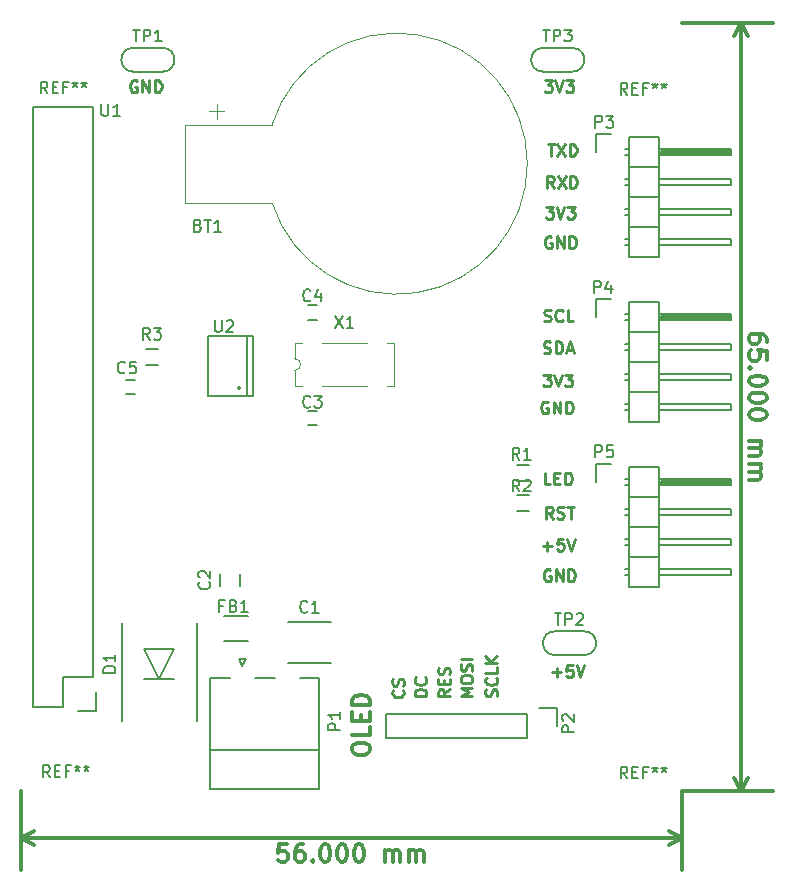
<source format=gbr>
G04 #@! TF.FileFunction,Legend,Top*
%FSLAX46Y46*%
G04 Gerber Fmt 4.6, Leading zero omitted, Abs format (unit mm)*
G04 Created by KiCad (PCBNEW 4.0.7-e2-6376~58~ubuntu17.04.1) date Sat Sep 30 09:18:45 2017*
%MOMM*%
%LPD*%
G01*
G04 APERTURE LIST*
%ADD10C,0.100000*%
%ADD11C,0.250000*%
%ADD12C,0.300000*%
%ADD13C,0.150000*%
%ADD14C,0.120000*%
G04 APERTURE END LIST*
D10*
D11*
X74838096Y-59900000D02*
X74742858Y-59852381D01*
X74600001Y-59852381D01*
X74457143Y-59900000D01*
X74361905Y-59995238D01*
X74314286Y-60090476D01*
X74266667Y-60280952D01*
X74266667Y-60423810D01*
X74314286Y-60614286D01*
X74361905Y-60709524D01*
X74457143Y-60804762D01*
X74600001Y-60852381D01*
X74695239Y-60852381D01*
X74838096Y-60804762D01*
X74885715Y-60757143D01*
X74885715Y-60423810D01*
X74695239Y-60423810D01*
X75314286Y-60852381D02*
X75314286Y-59852381D01*
X75885715Y-60852381D01*
X75885715Y-59852381D01*
X76361905Y-60852381D02*
X76361905Y-59852381D01*
X76600000Y-59852381D01*
X76742858Y-59900000D01*
X76838096Y-59995238D01*
X76885715Y-60090476D01*
X76933334Y-60280952D01*
X76933334Y-60423810D01*
X76885715Y-60614286D01*
X76838096Y-60709524D01*
X76742858Y-60804762D01*
X76600000Y-60852381D01*
X76361905Y-60852381D01*
X110014286Y-109971429D02*
X110776191Y-109971429D01*
X110395239Y-110352381D02*
X110395239Y-109590476D01*
X111728572Y-109352381D02*
X111252381Y-109352381D01*
X111204762Y-109828571D01*
X111252381Y-109780952D01*
X111347619Y-109733333D01*
X111585715Y-109733333D01*
X111680953Y-109780952D01*
X111728572Y-109828571D01*
X111776191Y-109923810D01*
X111776191Y-110161905D01*
X111728572Y-110257143D01*
X111680953Y-110304762D01*
X111585715Y-110352381D01*
X111347619Y-110352381D01*
X111252381Y-110304762D01*
X111204762Y-110257143D01*
X112061905Y-109352381D02*
X112395238Y-110352381D01*
X112728572Y-109352381D01*
X109361905Y-59852381D02*
X109980953Y-59852381D01*
X109647619Y-60233333D01*
X109790477Y-60233333D01*
X109885715Y-60280952D01*
X109933334Y-60328571D01*
X109980953Y-60423810D01*
X109980953Y-60661905D01*
X109933334Y-60757143D01*
X109885715Y-60804762D01*
X109790477Y-60852381D01*
X109504762Y-60852381D01*
X109409524Y-60804762D01*
X109361905Y-60757143D01*
X110266667Y-59852381D02*
X110600000Y-60852381D01*
X110933334Y-59852381D01*
X111171429Y-59852381D02*
X111790477Y-59852381D01*
X111457143Y-60233333D01*
X111600001Y-60233333D01*
X111695239Y-60280952D01*
X111742858Y-60328571D01*
X111790477Y-60423810D01*
X111790477Y-60661905D01*
X111742858Y-60757143D01*
X111695239Y-60804762D01*
X111600001Y-60852381D01*
X111314286Y-60852381D01*
X111219048Y-60804762D01*
X111171429Y-60757143D01*
X109214286Y-99271429D02*
X109976191Y-99271429D01*
X109595239Y-99652381D02*
X109595239Y-98890476D01*
X110928572Y-98652381D02*
X110452381Y-98652381D01*
X110404762Y-99128571D01*
X110452381Y-99080952D01*
X110547619Y-99033333D01*
X110785715Y-99033333D01*
X110880953Y-99080952D01*
X110928572Y-99128571D01*
X110976191Y-99223810D01*
X110976191Y-99461905D01*
X110928572Y-99557143D01*
X110880953Y-99604762D01*
X110785715Y-99652381D01*
X110547619Y-99652381D01*
X110452381Y-99604762D01*
X110404762Y-99557143D01*
X111261905Y-98652381D02*
X111595238Y-99652381D01*
X111928572Y-98652381D01*
X110052381Y-96952381D02*
X109719047Y-96476190D01*
X109480952Y-96952381D02*
X109480952Y-95952381D01*
X109861905Y-95952381D01*
X109957143Y-96000000D01*
X110004762Y-96047619D01*
X110052381Y-96142857D01*
X110052381Y-96285714D01*
X110004762Y-96380952D01*
X109957143Y-96428571D01*
X109861905Y-96476190D01*
X109480952Y-96476190D01*
X110433333Y-96904762D02*
X110576190Y-96952381D01*
X110814286Y-96952381D01*
X110909524Y-96904762D01*
X110957143Y-96857143D01*
X111004762Y-96761905D01*
X111004762Y-96666667D01*
X110957143Y-96571429D01*
X110909524Y-96523810D01*
X110814286Y-96476190D01*
X110623809Y-96428571D01*
X110528571Y-96380952D01*
X110480952Y-96333333D01*
X110433333Y-96238095D01*
X110433333Y-96142857D01*
X110480952Y-96047619D01*
X110528571Y-96000000D01*
X110623809Y-95952381D01*
X110861905Y-95952381D01*
X111004762Y-96000000D01*
X111290476Y-95952381D02*
X111861905Y-95952381D01*
X111576190Y-96952381D02*
X111576190Y-95952381D01*
X109857143Y-94052381D02*
X109380952Y-94052381D01*
X109380952Y-93052381D01*
X110190476Y-93528571D02*
X110523810Y-93528571D01*
X110666667Y-94052381D02*
X110190476Y-94052381D01*
X110190476Y-93052381D01*
X110666667Y-93052381D01*
X111095238Y-94052381D02*
X111095238Y-93052381D01*
X111333333Y-93052381D01*
X111476191Y-93100000D01*
X111571429Y-93195238D01*
X111619048Y-93290476D01*
X111666667Y-93480952D01*
X111666667Y-93623810D01*
X111619048Y-93814286D01*
X111571429Y-93909524D01*
X111476191Y-94004762D01*
X111333333Y-94052381D01*
X111095238Y-94052381D01*
X109838096Y-101300000D02*
X109742858Y-101252381D01*
X109600001Y-101252381D01*
X109457143Y-101300000D01*
X109361905Y-101395238D01*
X109314286Y-101490476D01*
X109266667Y-101680952D01*
X109266667Y-101823810D01*
X109314286Y-102014286D01*
X109361905Y-102109524D01*
X109457143Y-102204762D01*
X109600001Y-102252381D01*
X109695239Y-102252381D01*
X109838096Y-102204762D01*
X109885715Y-102157143D01*
X109885715Y-101823810D01*
X109695239Y-101823810D01*
X110314286Y-102252381D02*
X110314286Y-101252381D01*
X110885715Y-102252381D01*
X110885715Y-101252381D01*
X111361905Y-102252381D02*
X111361905Y-101252381D01*
X111600000Y-101252381D01*
X111742858Y-101300000D01*
X111838096Y-101395238D01*
X111885715Y-101490476D01*
X111933334Y-101680952D01*
X111933334Y-101823810D01*
X111885715Y-102014286D01*
X111838096Y-102109524D01*
X111742858Y-102204762D01*
X111600000Y-102252381D01*
X111361905Y-102252381D01*
X109638096Y-87100000D02*
X109542858Y-87052381D01*
X109400001Y-87052381D01*
X109257143Y-87100000D01*
X109161905Y-87195238D01*
X109114286Y-87290476D01*
X109066667Y-87480952D01*
X109066667Y-87623810D01*
X109114286Y-87814286D01*
X109161905Y-87909524D01*
X109257143Y-88004762D01*
X109400001Y-88052381D01*
X109495239Y-88052381D01*
X109638096Y-88004762D01*
X109685715Y-87957143D01*
X109685715Y-87623810D01*
X109495239Y-87623810D01*
X110114286Y-88052381D02*
X110114286Y-87052381D01*
X110685715Y-88052381D01*
X110685715Y-87052381D01*
X111161905Y-88052381D02*
X111161905Y-87052381D01*
X111400000Y-87052381D01*
X111542858Y-87100000D01*
X111638096Y-87195238D01*
X111685715Y-87290476D01*
X111733334Y-87480952D01*
X111733334Y-87623810D01*
X111685715Y-87814286D01*
X111638096Y-87909524D01*
X111542858Y-88004762D01*
X111400000Y-88052381D01*
X111161905Y-88052381D01*
X109261905Y-84752381D02*
X109880953Y-84752381D01*
X109547619Y-85133333D01*
X109690477Y-85133333D01*
X109785715Y-85180952D01*
X109833334Y-85228571D01*
X109880953Y-85323810D01*
X109880953Y-85561905D01*
X109833334Y-85657143D01*
X109785715Y-85704762D01*
X109690477Y-85752381D01*
X109404762Y-85752381D01*
X109309524Y-85704762D01*
X109261905Y-85657143D01*
X110166667Y-84752381D02*
X110500000Y-85752381D01*
X110833334Y-84752381D01*
X111071429Y-84752381D02*
X111690477Y-84752381D01*
X111357143Y-85133333D01*
X111500001Y-85133333D01*
X111595239Y-85180952D01*
X111642858Y-85228571D01*
X111690477Y-85323810D01*
X111690477Y-85561905D01*
X111642858Y-85657143D01*
X111595239Y-85704762D01*
X111500001Y-85752381D01*
X111214286Y-85752381D01*
X111119048Y-85704762D01*
X111071429Y-85657143D01*
X109285714Y-82904762D02*
X109428571Y-82952381D01*
X109666667Y-82952381D01*
X109761905Y-82904762D01*
X109809524Y-82857143D01*
X109857143Y-82761905D01*
X109857143Y-82666667D01*
X109809524Y-82571429D01*
X109761905Y-82523810D01*
X109666667Y-82476190D01*
X109476190Y-82428571D01*
X109380952Y-82380952D01*
X109333333Y-82333333D01*
X109285714Y-82238095D01*
X109285714Y-82142857D01*
X109333333Y-82047619D01*
X109380952Y-82000000D01*
X109476190Y-81952381D01*
X109714286Y-81952381D01*
X109857143Y-82000000D01*
X110285714Y-82952381D02*
X110285714Y-81952381D01*
X110523809Y-81952381D01*
X110666667Y-82000000D01*
X110761905Y-82095238D01*
X110809524Y-82190476D01*
X110857143Y-82380952D01*
X110857143Y-82523810D01*
X110809524Y-82714286D01*
X110761905Y-82809524D01*
X110666667Y-82904762D01*
X110523809Y-82952381D01*
X110285714Y-82952381D01*
X111238095Y-82666667D02*
X111714286Y-82666667D01*
X111142857Y-82952381D02*
X111476190Y-81952381D01*
X111809524Y-82952381D01*
X109309524Y-80204762D02*
X109452381Y-80252381D01*
X109690477Y-80252381D01*
X109785715Y-80204762D01*
X109833334Y-80157143D01*
X109880953Y-80061905D01*
X109880953Y-79966667D01*
X109833334Y-79871429D01*
X109785715Y-79823810D01*
X109690477Y-79776190D01*
X109500000Y-79728571D01*
X109404762Y-79680952D01*
X109357143Y-79633333D01*
X109309524Y-79538095D01*
X109309524Y-79442857D01*
X109357143Y-79347619D01*
X109404762Y-79300000D01*
X109500000Y-79252381D01*
X109738096Y-79252381D01*
X109880953Y-79300000D01*
X110880953Y-80157143D02*
X110833334Y-80204762D01*
X110690477Y-80252381D01*
X110595239Y-80252381D01*
X110452381Y-80204762D01*
X110357143Y-80109524D01*
X110309524Y-80014286D01*
X110261905Y-79823810D01*
X110261905Y-79680952D01*
X110309524Y-79490476D01*
X110357143Y-79395238D01*
X110452381Y-79300000D01*
X110595239Y-79252381D01*
X110690477Y-79252381D01*
X110833334Y-79300000D01*
X110880953Y-79347619D01*
X111785715Y-80252381D02*
X111309524Y-80252381D01*
X111309524Y-79252381D01*
X109938096Y-73100000D02*
X109842858Y-73052381D01*
X109700001Y-73052381D01*
X109557143Y-73100000D01*
X109461905Y-73195238D01*
X109414286Y-73290476D01*
X109366667Y-73480952D01*
X109366667Y-73623810D01*
X109414286Y-73814286D01*
X109461905Y-73909524D01*
X109557143Y-74004762D01*
X109700001Y-74052381D01*
X109795239Y-74052381D01*
X109938096Y-74004762D01*
X109985715Y-73957143D01*
X109985715Y-73623810D01*
X109795239Y-73623810D01*
X110414286Y-74052381D02*
X110414286Y-73052381D01*
X110985715Y-74052381D01*
X110985715Y-73052381D01*
X111461905Y-74052381D02*
X111461905Y-73052381D01*
X111700000Y-73052381D01*
X111842858Y-73100000D01*
X111938096Y-73195238D01*
X111985715Y-73290476D01*
X112033334Y-73480952D01*
X112033334Y-73623810D01*
X111985715Y-73814286D01*
X111938096Y-73909524D01*
X111842858Y-74004762D01*
X111700000Y-74052381D01*
X111461905Y-74052381D01*
X109461905Y-70552381D02*
X110080953Y-70552381D01*
X109747619Y-70933333D01*
X109890477Y-70933333D01*
X109985715Y-70980952D01*
X110033334Y-71028571D01*
X110080953Y-71123810D01*
X110080953Y-71361905D01*
X110033334Y-71457143D01*
X109985715Y-71504762D01*
X109890477Y-71552381D01*
X109604762Y-71552381D01*
X109509524Y-71504762D01*
X109461905Y-71457143D01*
X110366667Y-70552381D02*
X110700000Y-71552381D01*
X111033334Y-70552381D01*
X111271429Y-70552381D02*
X111890477Y-70552381D01*
X111557143Y-70933333D01*
X111700001Y-70933333D01*
X111795239Y-70980952D01*
X111842858Y-71028571D01*
X111890477Y-71123810D01*
X111890477Y-71361905D01*
X111842858Y-71457143D01*
X111795239Y-71504762D01*
X111700001Y-71552381D01*
X111414286Y-71552381D01*
X111319048Y-71504762D01*
X111271429Y-71457143D01*
X110133334Y-68952381D02*
X109800000Y-68476190D01*
X109561905Y-68952381D02*
X109561905Y-67952381D01*
X109942858Y-67952381D01*
X110038096Y-68000000D01*
X110085715Y-68047619D01*
X110133334Y-68142857D01*
X110133334Y-68285714D01*
X110085715Y-68380952D01*
X110038096Y-68428571D01*
X109942858Y-68476190D01*
X109561905Y-68476190D01*
X110466667Y-67952381D02*
X111133334Y-68952381D01*
X111133334Y-67952381D02*
X110466667Y-68952381D01*
X111514286Y-68952381D02*
X111514286Y-67952381D01*
X111752381Y-67952381D01*
X111895239Y-68000000D01*
X111990477Y-68095238D01*
X112038096Y-68190476D01*
X112085715Y-68380952D01*
X112085715Y-68523810D01*
X112038096Y-68714286D01*
X111990477Y-68809524D01*
X111895239Y-68904762D01*
X111752381Y-68952381D01*
X111514286Y-68952381D01*
X109638095Y-65252381D02*
X110209524Y-65252381D01*
X109923809Y-66252381D02*
X109923809Y-65252381D01*
X110447619Y-65252381D02*
X111114286Y-66252381D01*
X111114286Y-65252381D02*
X110447619Y-66252381D01*
X111495238Y-66252381D02*
X111495238Y-65252381D01*
X111733333Y-65252381D01*
X111876191Y-65300000D01*
X111971429Y-65395238D01*
X112019048Y-65490476D01*
X112066667Y-65680952D01*
X112066667Y-65823810D01*
X112019048Y-66014286D01*
X111971429Y-66109524D01*
X111876191Y-66204762D01*
X111733333Y-66252381D01*
X111495238Y-66252381D01*
X105304762Y-111990476D02*
X105352381Y-111847619D01*
X105352381Y-111609523D01*
X105304762Y-111514285D01*
X105257143Y-111466666D01*
X105161905Y-111419047D01*
X105066667Y-111419047D01*
X104971429Y-111466666D01*
X104923810Y-111514285D01*
X104876190Y-111609523D01*
X104828571Y-111800000D01*
X104780952Y-111895238D01*
X104733333Y-111942857D01*
X104638095Y-111990476D01*
X104542857Y-111990476D01*
X104447619Y-111942857D01*
X104400000Y-111895238D01*
X104352381Y-111800000D01*
X104352381Y-111561904D01*
X104400000Y-111419047D01*
X105257143Y-110419047D02*
X105304762Y-110466666D01*
X105352381Y-110609523D01*
X105352381Y-110704761D01*
X105304762Y-110847619D01*
X105209524Y-110942857D01*
X105114286Y-110990476D01*
X104923810Y-111038095D01*
X104780952Y-111038095D01*
X104590476Y-110990476D01*
X104495238Y-110942857D01*
X104400000Y-110847619D01*
X104352381Y-110704761D01*
X104352381Y-110609523D01*
X104400000Y-110466666D01*
X104447619Y-110419047D01*
X105352381Y-109514285D02*
X105352381Y-109990476D01*
X104352381Y-109990476D01*
X105352381Y-109180952D02*
X104352381Y-109180952D01*
X105352381Y-108609523D02*
X104780952Y-109038095D01*
X104352381Y-108609523D02*
X104923810Y-109180952D01*
X101352381Y-111419047D02*
X100876190Y-111752381D01*
X101352381Y-111990476D02*
X100352381Y-111990476D01*
X100352381Y-111609523D01*
X100400000Y-111514285D01*
X100447619Y-111466666D01*
X100542857Y-111419047D01*
X100685714Y-111419047D01*
X100780952Y-111466666D01*
X100828571Y-111514285D01*
X100876190Y-111609523D01*
X100876190Y-111990476D01*
X100828571Y-110990476D02*
X100828571Y-110657142D01*
X101352381Y-110514285D02*
X101352381Y-110990476D01*
X100352381Y-110990476D01*
X100352381Y-110514285D01*
X101304762Y-110133333D02*
X101352381Y-109990476D01*
X101352381Y-109752380D01*
X101304762Y-109657142D01*
X101257143Y-109609523D01*
X101161905Y-109561904D01*
X101066667Y-109561904D01*
X100971429Y-109609523D01*
X100923810Y-109657142D01*
X100876190Y-109752380D01*
X100828571Y-109942857D01*
X100780952Y-110038095D01*
X100733333Y-110085714D01*
X100638095Y-110133333D01*
X100542857Y-110133333D01*
X100447619Y-110085714D01*
X100400000Y-110038095D01*
X100352381Y-109942857D01*
X100352381Y-109704761D01*
X100400000Y-109561904D01*
X99352381Y-111961905D02*
X98352381Y-111961905D01*
X98352381Y-111723810D01*
X98400000Y-111580952D01*
X98495238Y-111485714D01*
X98590476Y-111438095D01*
X98780952Y-111390476D01*
X98923810Y-111390476D01*
X99114286Y-111438095D01*
X99209524Y-111485714D01*
X99304762Y-111580952D01*
X99352381Y-111723810D01*
X99352381Y-111961905D01*
X99257143Y-110390476D02*
X99304762Y-110438095D01*
X99352381Y-110580952D01*
X99352381Y-110676190D01*
X99304762Y-110819048D01*
X99209524Y-110914286D01*
X99114286Y-110961905D01*
X98923810Y-111009524D01*
X98780952Y-111009524D01*
X98590476Y-110961905D01*
X98495238Y-110914286D01*
X98400000Y-110819048D01*
X98352381Y-110676190D01*
X98352381Y-110580952D01*
X98400000Y-110438095D01*
X98447619Y-110390476D01*
X103252381Y-111971428D02*
X102252381Y-111971428D01*
X102966667Y-111638094D01*
X102252381Y-111304761D01*
X103252381Y-111304761D01*
X102252381Y-110638095D02*
X102252381Y-110447618D01*
X102300000Y-110352380D01*
X102395238Y-110257142D01*
X102585714Y-110209523D01*
X102919048Y-110209523D01*
X103109524Y-110257142D01*
X103204762Y-110352380D01*
X103252381Y-110447618D01*
X103252381Y-110638095D01*
X103204762Y-110733333D01*
X103109524Y-110828571D01*
X102919048Y-110876190D01*
X102585714Y-110876190D01*
X102395238Y-110828571D01*
X102300000Y-110733333D01*
X102252381Y-110638095D01*
X103204762Y-109828571D02*
X103252381Y-109685714D01*
X103252381Y-109447618D01*
X103204762Y-109352380D01*
X103157143Y-109304761D01*
X103061905Y-109257142D01*
X102966667Y-109257142D01*
X102871429Y-109304761D01*
X102823810Y-109352380D01*
X102776190Y-109447618D01*
X102728571Y-109638095D01*
X102680952Y-109733333D01*
X102633333Y-109780952D01*
X102538095Y-109828571D01*
X102442857Y-109828571D01*
X102347619Y-109780952D01*
X102300000Y-109733333D01*
X102252381Y-109638095D01*
X102252381Y-109399999D01*
X102300000Y-109257142D01*
X103252381Y-108828571D02*
X102252381Y-108828571D01*
X97357143Y-111466666D02*
X97404762Y-111514285D01*
X97452381Y-111657142D01*
X97452381Y-111752380D01*
X97404762Y-111895238D01*
X97309524Y-111990476D01*
X97214286Y-112038095D01*
X97023810Y-112085714D01*
X96880952Y-112085714D01*
X96690476Y-112038095D01*
X96595238Y-111990476D01*
X96500000Y-111895238D01*
X96452381Y-111752380D01*
X96452381Y-111657142D01*
X96500000Y-111514285D01*
X96547619Y-111466666D01*
X97404762Y-111085714D02*
X97452381Y-110942857D01*
X97452381Y-110704761D01*
X97404762Y-110609523D01*
X97357143Y-110561904D01*
X97261905Y-110514285D01*
X97166667Y-110514285D01*
X97071429Y-110561904D01*
X97023810Y-110609523D01*
X96976190Y-110704761D01*
X96928571Y-110895238D01*
X96880952Y-110990476D01*
X96833333Y-111038095D01*
X96738095Y-111085714D01*
X96642857Y-111085714D01*
X96547619Y-111038095D01*
X96500000Y-110990476D01*
X96452381Y-110895238D01*
X96452381Y-110657142D01*
X96500000Y-110514285D01*
D12*
X93078571Y-116578572D02*
X93078571Y-116292858D01*
X93150000Y-116150000D01*
X93292857Y-116007143D01*
X93578571Y-115935715D01*
X94078571Y-115935715D01*
X94364286Y-116007143D01*
X94507143Y-116150000D01*
X94578571Y-116292858D01*
X94578571Y-116578572D01*
X94507143Y-116721429D01*
X94364286Y-116864286D01*
X94078571Y-116935715D01*
X93578571Y-116935715D01*
X93292857Y-116864286D01*
X93150000Y-116721429D01*
X93078571Y-116578572D01*
X94578571Y-114578571D02*
X94578571Y-115292857D01*
X93078571Y-115292857D01*
X93792857Y-114078571D02*
X93792857Y-113578571D01*
X94578571Y-113364285D02*
X94578571Y-114078571D01*
X93078571Y-114078571D01*
X93078571Y-113364285D01*
X94578571Y-112721428D02*
X93078571Y-112721428D01*
X93078571Y-112364285D01*
X93150000Y-112150000D01*
X93292857Y-112007142D01*
X93435714Y-111935714D01*
X93721429Y-111864285D01*
X93935714Y-111864285D01*
X94221429Y-111935714D01*
X94364286Y-112007142D01*
X94507143Y-112150000D01*
X94578571Y-112364285D01*
X94578571Y-112721428D01*
X128171429Y-82000001D02*
X128171429Y-81714287D01*
X128100000Y-81571430D01*
X128028571Y-81500001D01*
X127814286Y-81357144D01*
X127528571Y-81285715D01*
X126957143Y-81285715D01*
X126814286Y-81357144D01*
X126742857Y-81428572D01*
X126671429Y-81571430D01*
X126671429Y-81857144D01*
X126742857Y-82000001D01*
X126814286Y-82071430D01*
X126957143Y-82142858D01*
X127314286Y-82142858D01*
X127457143Y-82071430D01*
X127528571Y-82000001D01*
X127600000Y-81857144D01*
X127600000Y-81571430D01*
X127528571Y-81428572D01*
X127457143Y-81357144D01*
X127314286Y-81285715D01*
X128171429Y-83500001D02*
X128171429Y-82785715D01*
X127457143Y-82714286D01*
X127528571Y-82785715D01*
X127600000Y-82928572D01*
X127600000Y-83285715D01*
X127528571Y-83428572D01*
X127457143Y-83500001D01*
X127314286Y-83571429D01*
X126957143Y-83571429D01*
X126814286Y-83500001D01*
X126742857Y-83428572D01*
X126671429Y-83285715D01*
X126671429Y-82928572D01*
X126742857Y-82785715D01*
X126814286Y-82714286D01*
X126814286Y-84214286D02*
X126742857Y-84285714D01*
X126671429Y-84214286D01*
X126742857Y-84142857D01*
X126814286Y-84214286D01*
X126671429Y-84214286D01*
X128171429Y-85214286D02*
X128171429Y-85357143D01*
X128100000Y-85500000D01*
X128028571Y-85571429D01*
X127885714Y-85642858D01*
X127600000Y-85714286D01*
X127242857Y-85714286D01*
X126957143Y-85642858D01*
X126814286Y-85571429D01*
X126742857Y-85500000D01*
X126671429Y-85357143D01*
X126671429Y-85214286D01*
X126742857Y-85071429D01*
X126814286Y-85000000D01*
X126957143Y-84928572D01*
X127242857Y-84857143D01*
X127600000Y-84857143D01*
X127885714Y-84928572D01*
X128028571Y-85000000D01*
X128100000Y-85071429D01*
X128171429Y-85214286D01*
X128171429Y-86642857D02*
X128171429Y-86785714D01*
X128100000Y-86928571D01*
X128028571Y-87000000D01*
X127885714Y-87071429D01*
X127600000Y-87142857D01*
X127242857Y-87142857D01*
X126957143Y-87071429D01*
X126814286Y-87000000D01*
X126742857Y-86928571D01*
X126671429Y-86785714D01*
X126671429Y-86642857D01*
X126742857Y-86500000D01*
X126814286Y-86428571D01*
X126957143Y-86357143D01*
X127242857Y-86285714D01*
X127600000Y-86285714D01*
X127885714Y-86357143D01*
X128028571Y-86428571D01*
X128100000Y-86500000D01*
X128171429Y-86642857D01*
X128171429Y-88071428D02*
X128171429Y-88214285D01*
X128100000Y-88357142D01*
X128028571Y-88428571D01*
X127885714Y-88500000D01*
X127600000Y-88571428D01*
X127242857Y-88571428D01*
X126957143Y-88500000D01*
X126814286Y-88428571D01*
X126742857Y-88357142D01*
X126671429Y-88214285D01*
X126671429Y-88071428D01*
X126742857Y-87928571D01*
X126814286Y-87857142D01*
X126957143Y-87785714D01*
X127242857Y-87714285D01*
X127600000Y-87714285D01*
X127885714Y-87785714D01*
X128028571Y-87857142D01*
X128100000Y-87928571D01*
X128171429Y-88071428D01*
X126671429Y-90357142D02*
X127671429Y-90357142D01*
X127528571Y-90357142D02*
X127600000Y-90428570D01*
X127671429Y-90571428D01*
X127671429Y-90785713D01*
X127600000Y-90928570D01*
X127457143Y-90999999D01*
X126671429Y-90999999D01*
X127457143Y-90999999D02*
X127600000Y-91071428D01*
X127671429Y-91214285D01*
X127671429Y-91428570D01*
X127600000Y-91571428D01*
X127457143Y-91642856D01*
X126671429Y-91642856D01*
X126671429Y-92357142D02*
X127671429Y-92357142D01*
X127528571Y-92357142D02*
X127600000Y-92428570D01*
X127671429Y-92571428D01*
X127671429Y-92785713D01*
X127600000Y-92928570D01*
X127457143Y-92999999D01*
X126671429Y-92999999D01*
X127457143Y-92999999D02*
X127600000Y-93071428D01*
X127671429Y-93214285D01*
X127671429Y-93428570D01*
X127600000Y-93571428D01*
X127457143Y-93642856D01*
X126671429Y-93642856D01*
X126000000Y-55000000D02*
X126000000Y-120000000D01*
X121000000Y-55000000D02*
X128700000Y-55000000D01*
X121000000Y-120000000D02*
X128700000Y-120000000D01*
X126000000Y-120000000D02*
X125413579Y-118873496D01*
X126000000Y-120000000D02*
X126586421Y-118873496D01*
X126000000Y-55000000D02*
X125413579Y-56126504D01*
X126000000Y-55000000D02*
X126586421Y-56126504D01*
X87571430Y-124528571D02*
X86857144Y-124528571D01*
X86785715Y-125242857D01*
X86857144Y-125171429D01*
X87000001Y-125100000D01*
X87357144Y-125100000D01*
X87500001Y-125171429D01*
X87571430Y-125242857D01*
X87642858Y-125385714D01*
X87642858Y-125742857D01*
X87571430Y-125885714D01*
X87500001Y-125957143D01*
X87357144Y-126028571D01*
X87000001Y-126028571D01*
X86857144Y-125957143D01*
X86785715Y-125885714D01*
X88928572Y-124528571D02*
X88642858Y-124528571D01*
X88500001Y-124600000D01*
X88428572Y-124671429D01*
X88285715Y-124885714D01*
X88214286Y-125171429D01*
X88214286Y-125742857D01*
X88285715Y-125885714D01*
X88357143Y-125957143D01*
X88500001Y-126028571D01*
X88785715Y-126028571D01*
X88928572Y-125957143D01*
X89000001Y-125885714D01*
X89071429Y-125742857D01*
X89071429Y-125385714D01*
X89000001Y-125242857D01*
X88928572Y-125171429D01*
X88785715Y-125100000D01*
X88500001Y-125100000D01*
X88357143Y-125171429D01*
X88285715Y-125242857D01*
X88214286Y-125385714D01*
X89714286Y-125885714D02*
X89785714Y-125957143D01*
X89714286Y-126028571D01*
X89642857Y-125957143D01*
X89714286Y-125885714D01*
X89714286Y-126028571D01*
X90714286Y-124528571D02*
X90857143Y-124528571D01*
X91000000Y-124600000D01*
X91071429Y-124671429D01*
X91142858Y-124814286D01*
X91214286Y-125100000D01*
X91214286Y-125457143D01*
X91142858Y-125742857D01*
X91071429Y-125885714D01*
X91000000Y-125957143D01*
X90857143Y-126028571D01*
X90714286Y-126028571D01*
X90571429Y-125957143D01*
X90500000Y-125885714D01*
X90428572Y-125742857D01*
X90357143Y-125457143D01*
X90357143Y-125100000D01*
X90428572Y-124814286D01*
X90500000Y-124671429D01*
X90571429Y-124600000D01*
X90714286Y-124528571D01*
X92142857Y-124528571D02*
X92285714Y-124528571D01*
X92428571Y-124600000D01*
X92500000Y-124671429D01*
X92571429Y-124814286D01*
X92642857Y-125100000D01*
X92642857Y-125457143D01*
X92571429Y-125742857D01*
X92500000Y-125885714D01*
X92428571Y-125957143D01*
X92285714Y-126028571D01*
X92142857Y-126028571D01*
X92000000Y-125957143D01*
X91928571Y-125885714D01*
X91857143Y-125742857D01*
X91785714Y-125457143D01*
X91785714Y-125100000D01*
X91857143Y-124814286D01*
X91928571Y-124671429D01*
X92000000Y-124600000D01*
X92142857Y-124528571D01*
X93571428Y-124528571D02*
X93714285Y-124528571D01*
X93857142Y-124600000D01*
X93928571Y-124671429D01*
X94000000Y-124814286D01*
X94071428Y-125100000D01*
X94071428Y-125457143D01*
X94000000Y-125742857D01*
X93928571Y-125885714D01*
X93857142Y-125957143D01*
X93714285Y-126028571D01*
X93571428Y-126028571D01*
X93428571Y-125957143D01*
X93357142Y-125885714D01*
X93285714Y-125742857D01*
X93214285Y-125457143D01*
X93214285Y-125100000D01*
X93285714Y-124814286D01*
X93357142Y-124671429D01*
X93428571Y-124600000D01*
X93571428Y-124528571D01*
X95857142Y-126028571D02*
X95857142Y-125028571D01*
X95857142Y-125171429D02*
X95928570Y-125100000D01*
X96071428Y-125028571D01*
X96285713Y-125028571D01*
X96428570Y-125100000D01*
X96499999Y-125242857D01*
X96499999Y-126028571D01*
X96499999Y-125242857D02*
X96571428Y-125100000D01*
X96714285Y-125028571D01*
X96928570Y-125028571D01*
X97071428Y-125100000D01*
X97142856Y-125242857D01*
X97142856Y-126028571D01*
X97857142Y-126028571D02*
X97857142Y-125028571D01*
X97857142Y-125171429D02*
X97928570Y-125100000D01*
X98071428Y-125028571D01*
X98285713Y-125028571D01*
X98428570Y-125100000D01*
X98499999Y-125242857D01*
X98499999Y-126028571D01*
X98499999Y-125242857D02*
X98571428Y-125100000D01*
X98714285Y-125028571D01*
X98928570Y-125028571D01*
X99071428Y-125100000D01*
X99142856Y-125242857D01*
X99142856Y-126028571D01*
X65000000Y-124000000D02*
X121000000Y-124000000D01*
X65000000Y-120000000D02*
X65000000Y-126700000D01*
X121000000Y-120000000D02*
X121000000Y-126700000D01*
X121000000Y-124000000D02*
X119873496Y-124586421D01*
X121000000Y-124000000D02*
X119873496Y-123413579D01*
X65000000Y-124000000D02*
X66126504Y-124586421D01*
X65000000Y-124000000D02*
X66126504Y-123413579D01*
D13*
X75480000Y-110520000D02*
X78020000Y-110520000D01*
X75480000Y-107980000D02*
X78020000Y-107980000D01*
X78020000Y-107980000D02*
X76750000Y-110520000D01*
X76750000Y-110520000D02*
X75480000Y-107980000D01*
X79950000Y-105750000D02*
X79950000Y-114050000D01*
X73550000Y-114050000D02*
X73550000Y-105750000D01*
X81850000Y-101650000D02*
X81850000Y-102650000D01*
X83550000Y-102650000D02*
X83550000Y-101650000D01*
X81070000Y-110470000D02*
X81070000Y-119830000D01*
X81070000Y-119830000D02*
X90240000Y-119830000D01*
X90240000Y-119830000D02*
X90240000Y-110470000D01*
X81070000Y-110470000D02*
X82700000Y-110470000D01*
X90240000Y-110470000D02*
X88610000Y-110470000D01*
X84800000Y-110470000D02*
X86510000Y-110470000D01*
X81070000Y-116550000D02*
X90240000Y-116550000D01*
X83750000Y-109450000D02*
X84050000Y-108850000D01*
X84050000Y-108850000D02*
X83450000Y-108850000D01*
X83450000Y-108850000D02*
X83750000Y-109450000D01*
X107900000Y-113500000D02*
X107900000Y-115500000D01*
X107900000Y-115500000D02*
X95900000Y-115500000D01*
X95900000Y-115500000D02*
X95900000Y-113500000D01*
X95900000Y-113500000D02*
X107900000Y-113500000D01*
X108900000Y-113000000D02*
X110400000Y-113000000D01*
X110400000Y-113000000D02*
X110400000Y-114500000D01*
X113700000Y-64372000D02*
X113700000Y-65922000D01*
X115000000Y-64372000D02*
X113700000Y-64372000D01*
X119191000Y-65795000D02*
X125033000Y-65795000D01*
X125033000Y-65795000D02*
X125033000Y-66049000D01*
X125033000Y-66049000D02*
X119191000Y-66049000D01*
X119191000Y-66049000D02*
X119191000Y-65922000D01*
X119191000Y-65922000D02*
X125033000Y-65922000D01*
X116524000Y-65668000D02*
X116143000Y-65668000D01*
X116524000Y-66176000D02*
X116143000Y-66176000D01*
X116524000Y-68208000D02*
X116143000Y-68208000D01*
X116524000Y-68716000D02*
X116143000Y-68716000D01*
X116524000Y-70748000D02*
X116143000Y-70748000D01*
X116524000Y-71256000D02*
X116143000Y-71256000D01*
X116524000Y-73796000D02*
X116143000Y-73796000D01*
X116524000Y-73288000D02*
X116143000Y-73288000D01*
X116524000Y-64652000D02*
X119064000Y-64652000D01*
X116524000Y-67192000D02*
X119064000Y-67192000D01*
X116524000Y-67192000D02*
X116524000Y-69732000D01*
X116524000Y-69732000D02*
X119064000Y-69732000D01*
X119064000Y-68208000D02*
X125160000Y-68208000D01*
X125160000Y-68208000D02*
X125160000Y-68716000D01*
X125160000Y-68716000D02*
X119064000Y-68716000D01*
X119064000Y-69732000D02*
X119064000Y-67192000D01*
X119064000Y-67192000D02*
X119064000Y-64652000D01*
X125160000Y-66176000D02*
X119064000Y-66176000D01*
X125160000Y-65668000D02*
X125160000Y-66176000D01*
X119064000Y-65668000D02*
X125160000Y-65668000D01*
X116524000Y-67192000D02*
X119064000Y-67192000D01*
X116524000Y-64652000D02*
X116524000Y-67192000D01*
X116524000Y-72272000D02*
X119064000Y-72272000D01*
X116524000Y-72272000D02*
X116524000Y-74812000D01*
X116524000Y-74812000D02*
X119064000Y-74812000D01*
X119064000Y-73288000D02*
X125160000Y-73288000D01*
X125160000Y-73288000D02*
X125160000Y-73796000D01*
X125160000Y-73796000D02*
X119064000Y-73796000D01*
X119064000Y-74812000D02*
X119064000Y-72272000D01*
X119064000Y-72272000D02*
X119064000Y-69732000D01*
X125160000Y-71256000D02*
X119064000Y-71256000D01*
X125160000Y-70748000D02*
X125160000Y-71256000D01*
X119064000Y-70748000D02*
X125160000Y-70748000D01*
X116524000Y-72272000D02*
X119064000Y-72272000D01*
X116524000Y-69732000D02*
X116524000Y-72272000D01*
X116524000Y-69732000D02*
X119064000Y-69732000D01*
X113700000Y-78342000D02*
X113700000Y-79892000D01*
X115000000Y-78342000D02*
X113700000Y-78342000D01*
X119191000Y-79765000D02*
X125033000Y-79765000D01*
X125033000Y-79765000D02*
X125033000Y-80019000D01*
X125033000Y-80019000D02*
X119191000Y-80019000D01*
X119191000Y-80019000D02*
X119191000Y-79892000D01*
X119191000Y-79892000D02*
X125033000Y-79892000D01*
X116524000Y-79638000D02*
X116143000Y-79638000D01*
X116524000Y-80146000D02*
X116143000Y-80146000D01*
X116524000Y-82178000D02*
X116143000Y-82178000D01*
X116524000Y-82686000D02*
X116143000Y-82686000D01*
X116524000Y-84718000D02*
X116143000Y-84718000D01*
X116524000Y-85226000D02*
X116143000Y-85226000D01*
X116524000Y-87766000D02*
X116143000Y-87766000D01*
X116524000Y-87258000D02*
X116143000Y-87258000D01*
X116524000Y-78622000D02*
X119064000Y-78622000D01*
X116524000Y-81162000D02*
X119064000Y-81162000D01*
X116524000Y-81162000D02*
X116524000Y-83702000D01*
X116524000Y-83702000D02*
X119064000Y-83702000D01*
X119064000Y-82178000D02*
X125160000Y-82178000D01*
X125160000Y-82178000D02*
X125160000Y-82686000D01*
X125160000Y-82686000D02*
X119064000Y-82686000D01*
X119064000Y-83702000D02*
X119064000Y-81162000D01*
X119064000Y-81162000D02*
X119064000Y-78622000D01*
X125160000Y-80146000D02*
X119064000Y-80146000D01*
X125160000Y-79638000D02*
X125160000Y-80146000D01*
X119064000Y-79638000D02*
X125160000Y-79638000D01*
X116524000Y-81162000D02*
X119064000Y-81162000D01*
X116524000Y-78622000D02*
X116524000Y-81162000D01*
X116524000Y-86242000D02*
X119064000Y-86242000D01*
X116524000Y-86242000D02*
X116524000Y-88782000D01*
X116524000Y-88782000D02*
X119064000Y-88782000D01*
X119064000Y-87258000D02*
X125160000Y-87258000D01*
X125160000Y-87258000D02*
X125160000Y-87766000D01*
X125160000Y-87766000D02*
X119064000Y-87766000D01*
X119064000Y-88782000D02*
X119064000Y-86242000D01*
X119064000Y-86242000D02*
X119064000Y-83702000D01*
X125160000Y-85226000D02*
X119064000Y-85226000D01*
X125160000Y-84718000D02*
X125160000Y-85226000D01*
X119064000Y-84718000D02*
X125160000Y-84718000D01*
X116524000Y-86242000D02*
X119064000Y-86242000D01*
X116524000Y-83702000D02*
X116524000Y-86242000D01*
X116524000Y-83702000D02*
X119064000Y-83702000D01*
X113700000Y-92312000D02*
X113700000Y-93862000D01*
X115000000Y-92312000D02*
X113700000Y-92312000D01*
X119191000Y-93735000D02*
X125033000Y-93735000D01*
X125033000Y-93735000D02*
X125033000Y-93989000D01*
X125033000Y-93989000D02*
X119191000Y-93989000D01*
X119191000Y-93989000D02*
X119191000Y-93862000D01*
X119191000Y-93862000D02*
X125033000Y-93862000D01*
X116524000Y-93608000D02*
X116143000Y-93608000D01*
X116524000Y-94116000D02*
X116143000Y-94116000D01*
X116524000Y-96148000D02*
X116143000Y-96148000D01*
X116524000Y-96656000D02*
X116143000Y-96656000D01*
X116524000Y-98688000D02*
X116143000Y-98688000D01*
X116524000Y-99196000D02*
X116143000Y-99196000D01*
X116524000Y-101736000D02*
X116143000Y-101736000D01*
X116524000Y-101228000D02*
X116143000Y-101228000D01*
X116524000Y-92592000D02*
X119064000Y-92592000D01*
X116524000Y-95132000D02*
X119064000Y-95132000D01*
X116524000Y-95132000D02*
X116524000Y-97672000D01*
X116524000Y-97672000D02*
X119064000Y-97672000D01*
X119064000Y-96148000D02*
X125160000Y-96148000D01*
X125160000Y-96148000D02*
X125160000Y-96656000D01*
X125160000Y-96656000D02*
X119064000Y-96656000D01*
X119064000Y-97672000D02*
X119064000Y-95132000D01*
X119064000Y-95132000D02*
X119064000Y-92592000D01*
X125160000Y-94116000D02*
X119064000Y-94116000D01*
X125160000Y-93608000D02*
X125160000Y-94116000D01*
X119064000Y-93608000D02*
X125160000Y-93608000D01*
X116524000Y-95132000D02*
X119064000Y-95132000D01*
X116524000Y-92592000D02*
X116524000Y-95132000D01*
X116524000Y-100212000D02*
X119064000Y-100212000D01*
X116524000Y-100212000D02*
X116524000Y-102752000D01*
X116524000Y-102752000D02*
X119064000Y-102752000D01*
X119064000Y-101228000D02*
X125160000Y-101228000D01*
X125160000Y-101228000D02*
X125160000Y-101736000D01*
X125160000Y-101736000D02*
X119064000Y-101736000D01*
X119064000Y-102752000D02*
X119064000Y-100212000D01*
X119064000Y-100212000D02*
X119064000Y-97672000D01*
X125160000Y-99196000D02*
X119064000Y-99196000D01*
X125160000Y-98688000D02*
X125160000Y-99196000D01*
X119064000Y-98688000D02*
X125160000Y-98688000D01*
X116524000Y-100212000D02*
X119064000Y-100212000D01*
X116524000Y-97672000D02*
X116524000Y-100212000D01*
X116524000Y-97672000D02*
X119064000Y-97672000D01*
X77020000Y-59100000D02*
X74520000Y-59100000D01*
X77020000Y-57100000D02*
X74520000Y-57100000D01*
X77020000Y-59100000D02*
G75*
G03X77020000Y-57100000I0J1000000D01*
G01*
X74520000Y-57100000D02*
G75*
G03X74520000Y-59100000I0J-1000000D01*
G01*
X112720000Y-108500000D02*
X110220000Y-108500000D01*
X112720000Y-106500000D02*
X110220000Y-106500000D01*
X112720000Y-108500000D02*
G75*
G03X112720000Y-106500000I0J1000000D01*
G01*
X110220000Y-106500000D02*
G75*
G03X110220000Y-108500000I0J-1000000D01*
G01*
X111720000Y-59100000D02*
X109220000Y-59100000D01*
X111720000Y-57100000D02*
X109220000Y-57100000D01*
X111720000Y-59100000D02*
G75*
G03X111720000Y-57100000I0J1000000D01*
G01*
X109220000Y-57100000D02*
G75*
G03X109220000Y-59100000I0J-1000000D01*
G01*
X66016000Y-62120000D02*
X66016000Y-112920000D01*
X71096000Y-110380000D02*
X71096000Y-62120000D01*
X66016000Y-62120000D02*
X71096000Y-62120000D01*
X66016000Y-112920000D02*
X68556000Y-112920000D01*
X69826000Y-113200000D02*
X71376000Y-113200000D01*
X68556000Y-112920000D02*
X68556000Y-110380000D01*
X68556000Y-110380000D02*
X71096000Y-110380000D01*
X71376000Y-113200000D02*
X71376000Y-111650000D01*
X84250000Y-107325000D02*
X82250000Y-107325000D01*
X82250000Y-105175000D02*
X84250000Y-105175000D01*
X83639000Y-85905000D02*
G75*
G03X83639000Y-85905000I-127000J0D01*
G01*
X84147000Y-86540000D02*
X84147000Y-81460000D01*
X80845000Y-86540000D02*
X80845000Y-81460000D01*
X84655000Y-86540000D02*
X84655000Y-81460000D01*
X84655000Y-86540000D02*
X80845000Y-86540000D01*
X84655000Y-81460000D02*
X80845000Y-81460000D01*
X89350000Y-87800000D02*
X90050000Y-87800000D01*
X90050000Y-89000000D02*
X89350000Y-89000000D01*
X89350000Y-78900000D02*
X90050000Y-78900000D01*
X90050000Y-80100000D02*
X89350000Y-80100000D01*
X73950000Y-85200000D02*
X74650000Y-85200000D01*
X74650000Y-86400000D02*
X73950000Y-86400000D01*
X107000000Y-92425000D02*
X108000000Y-92425000D01*
X108000000Y-93775000D02*
X107000000Y-93775000D01*
X107000000Y-94925000D02*
X108000000Y-94925000D01*
X108000000Y-96275000D02*
X107000000Y-96275000D01*
X76600000Y-83925000D02*
X75600000Y-83925000D01*
X75600000Y-82575000D02*
X76600000Y-82575000D01*
X91250000Y-105725000D02*
X87650000Y-105725000D01*
X87650000Y-109175000D02*
X91250000Y-109175000D01*
D14*
X96000000Y-82100000D02*
X96600000Y-82100000D01*
X96600000Y-82100000D02*
X96600000Y-85700000D01*
X96600000Y-85700000D02*
X96000000Y-85700000D01*
X90500000Y-82100000D02*
X94300000Y-82100000D01*
X88200000Y-83400000D02*
X88200000Y-82100000D01*
X88200000Y-85700000D02*
X88200000Y-84400000D01*
X88200000Y-82100000D02*
X88800000Y-82100000D01*
X88200000Y-85700000D02*
X88800000Y-85700000D01*
X94300000Y-85700000D02*
X90500000Y-85700000D01*
X88200000Y-84400000D02*
G75*
G03X88200000Y-83400000I0J500000D01*
G01*
X86290000Y-70200000D02*
X78940000Y-70200000D01*
X78940000Y-70200000D02*
X78940000Y-63600000D01*
X78940000Y-63600000D02*
X86290000Y-63600000D01*
X81600000Y-63090000D02*
X81600000Y-61820000D01*
X82230000Y-62450000D02*
X80970000Y-62450000D01*
X86305143Y-70248030D02*
G75*
G03X86290000Y-63600000I10534857J3348030D01*
G01*
D13*
X73002381Y-109988095D02*
X72002381Y-109988095D01*
X72002381Y-109750000D01*
X72050000Y-109607142D01*
X72145238Y-109511904D01*
X72240476Y-109464285D01*
X72430952Y-109416666D01*
X72573810Y-109416666D01*
X72764286Y-109464285D01*
X72859524Y-109511904D01*
X72954762Y-109607142D01*
X73002381Y-109750000D01*
X73002381Y-109988095D01*
X73002381Y-108464285D02*
X73002381Y-109035714D01*
X73002381Y-108750000D02*
X72002381Y-108750000D01*
X72145238Y-108845238D01*
X72240476Y-108940476D01*
X72288095Y-109035714D01*
X67266667Y-60952381D02*
X66933333Y-60476190D01*
X66695238Y-60952381D02*
X66695238Y-59952381D01*
X67076191Y-59952381D01*
X67171429Y-60000000D01*
X67219048Y-60047619D01*
X67266667Y-60142857D01*
X67266667Y-60285714D01*
X67219048Y-60380952D01*
X67171429Y-60428571D01*
X67076191Y-60476190D01*
X66695238Y-60476190D01*
X67695238Y-60428571D02*
X68028572Y-60428571D01*
X68171429Y-60952381D02*
X67695238Y-60952381D01*
X67695238Y-59952381D01*
X68171429Y-59952381D01*
X68933334Y-60428571D02*
X68600000Y-60428571D01*
X68600000Y-60952381D02*
X68600000Y-59952381D01*
X69076191Y-59952381D01*
X69600000Y-59952381D02*
X69600000Y-60190476D01*
X69361905Y-60095238D02*
X69600000Y-60190476D01*
X69838096Y-60095238D01*
X69457143Y-60380952D02*
X69600000Y-60190476D01*
X69742858Y-60380952D01*
X70361905Y-59952381D02*
X70361905Y-60190476D01*
X70123810Y-60095238D02*
X70361905Y-60190476D01*
X70600001Y-60095238D01*
X70219048Y-60380952D02*
X70361905Y-60190476D01*
X70504763Y-60380952D01*
X116366667Y-61052381D02*
X116033333Y-60576190D01*
X115795238Y-61052381D02*
X115795238Y-60052381D01*
X116176191Y-60052381D01*
X116271429Y-60100000D01*
X116319048Y-60147619D01*
X116366667Y-60242857D01*
X116366667Y-60385714D01*
X116319048Y-60480952D01*
X116271429Y-60528571D01*
X116176191Y-60576190D01*
X115795238Y-60576190D01*
X116795238Y-60528571D02*
X117128572Y-60528571D01*
X117271429Y-61052381D02*
X116795238Y-61052381D01*
X116795238Y-60052381D01*
X117271429Y-60052381D01*
X118033334Y-60528571D02*
X117700000Y-60528571D01*
X117700000Y-61052381D02*
X117700000Y-60052381D01*
X118176191Y-60052381D01*
X118700000Y-60052381D02*
X118700000Y-60290476D01*
X118461905Y-60195238D02*
X118700000Y-60290476D01*
X118938096Y-60195238D01*
X118557143Y-60480952D02*
X118700000Y-60290476D01*
X118842858Y-60480952D01*
X119461905Y-60052381D02*
X119461905Y-60290476D01*
X119223810Y-60195238D02*
X119461905Y-60290476D01*
X119700001Y-60195238D01*
X119319048Y-60480952D02*
X119461905Y-60290476D01*
X119604763Y-60480952D01*
X67466667Y-118852381D02*
X67133333Y-118376190D01*
X66895238Y-118852381D02*
X66895238Y-117852381D01*
X67276191Y-117852381D01*
X67371429Y-117900000D01*
X67419048Y-117947619D01*
X67466667Y-118042857D01*
X67466667Y-118185714D01*
X67419048Y-118280952D01*
X67371429Y-118328571D01*
X67276191Y-118376190D01*
X66895238Y-118376190D01*
X67895238Y-118328571D02*
X68228572Y-118328571D01*
X68371429Y-118852381D02*
X67895238Y-118852381D01*
X67895238Y-117852381D01*
X68371429Y-117852381D01*
X69133334Y-118328571D02*
X68800000Y-118328571D01*
X68800000Y-118852381D02*
X68800000Y-117852381D01*
X69276191Y-117852381D01*
X69800000Y-117852381D02*
X69800000Y-118090476D01*
X69561905Y-117995238D02*
X69800000Y-118090476D01*
X70038096Y-117995238D01*
X69657143Y-118280952D02*
X69800000Y-118090476D01*
X69942858Y-118280952D01*
X70561905Y-117852381D02*
X70561905Y-118090476D01*
X70323810Y-117995238D02*
X70561905Y-118090476D01*
X70800001Y-117995238D01*
X70419048Y-118280952D02*
X70561905Y-118090476D01*
X70704763Y-118280952D01*
X116366667Y-118952381D02*
X116033333Y-118476190D01*
X115795238Y-118952381D02*
X115795238Y-117952381D01*
X116176191Y-117952381D01*
X116271429Y-118000000D01*
X116319048Y-118047619D01*
X116366667Y-118142857D01*
X116366667Y-118285714D01*
X116319048Y-118380952D01*
X116271429Y-118428571D01*
X116176191Y-118476190D01*
X115795238Y-118476190D01*
X116795238Y-118428571D02*
X117128572Y-118428571D01*
X117271429Y-118952381D02*
X116795238Y-118952381D01*
X116795238Y-117952381D01*
X117271429Y-117952381D01*
X118033334Y-118428571D02*
X117700000Y-118428571D01*
X117700000Y-118952381D02*
X117700000Y-117952381D01*
X118176191Y-117952381D01*
X118700000Y-117952381D02*
X118700000Y-118190476D01*
X118461905Y-118095238D02*
X118700000Y-118190476D01*
X118938096Y-118095238D01*
X118557143Y-118380952D02*
X118700000Y-118190476D01*
X118842858Y-118380952D01*
X119461905Y-117952381D02*
X119461905Y-118190476D01*
X119223810Y-118095238D02*
X119461905Y-118190476D01*
X119700001Y-118095238D01*
X119319048Y-118380952D02*
X119461905Y-118190476D01*
X119604763Y-118380952D01*
X80957143Y-102316666D02*
X81004762Y-102364285D01*
X81052381Y-102507142D01*
X81052381Y-102602380D01*
X81004762Y-102745238D01*
X80909524Y-102840476D01*
X80814286Y-102888095D01*
X80623810Y-102935714D01*
X80480952Y-102935714D01*
X80290476Y-102888095D01*
X80195238Y-102840476D01*
X80100000Y-102745238D01*
X80052381Y-102602380D01*
X80052381Y-102507142D01*
X80100000Y-102364285D01*
X80147619Y-102316666D01*
X80147619Y-101935714D02*
X80100000Y-101888095D01*
X80052381Y-101792857D01*
X80052381Y-101554761D01*
X80100000Y-101459523D01*
X80147619Y-101411904D01*
X80242857Y-101364285D01*
X80338095Y-101364285D01*
X80480952Y-101411904D01*
X81052381Y-101983333D01*
X81052381Y-101364285D01*
X92052381Y-114838095D02*
X91052381Y-114838095D01*
X91052381Y-114457142D01*
X91100000Y-114361904D01*
X91147619Y-114314285D01*
X91242857Y-114266666D01*
X91385714Y-114266666D01*
X91480952Y-114314285D01*
X91528571Y-114361904D01*
X91576190Y-114457142D01*
X91576190Y-114838095D01*
X92052381Y-113314285D02*
X92052381Y-113885714D01*
X92052381Y-113600000D02*
X91052381Y-113600000D01*
X91195238Y-113695238D01*
X91290476Y-113790476D01*
X91338095Y-113885714D01*
X111852381Y-115038095D02*
X110852381Y-115038095D01*
X110852381Y-114657142D01*
X110900000Y-114561904D01*
X110947619Y-114514285D01*
X111042857Y-114466666D01*
X111185714Y-114466666D01*
X111280952Y-114514285D01*
X111328571Y-114561904D01*
X111376190Y-114657142D01*
X111376190Y-115038095D01*
X110947619Y-114085714D02*
X110900000Y-114038095D01*
X110852381Y-113942857D01*
X110852381Y-113704761D01*
X110900000Y-113609523D01*
X110947619Y-113561904D01*
X111042857Y-113514285D01*
X111138095Y-113514285D01*
X111280952Y-113561904D01*
X111852381Y-114133333D01*
X111852381Y-113514285D01*
X113661905Y-63852381D02*
X113661905Y-62852381D01*
X114042858Y-62852381D01*
X114138096Y-62900000D01*
X114185715Y-62947619D01*
X114233334Y-63042857D01*
X114233334Y-63185714D01*
X114185715Y-63280952D01*
X114138096Y-63328571D01*
X114042858Y-63376190D01*
X113661905Y-63376190D01*
X114566667Y-62852381D02*
X115185715Y-62852381D01*
X114852381Y-63233333D01*
X114995239Y-63233333D01*
X115090477Y-63280952D01*
X115138096Y-63328571D01*
X115185715Y-63423810D01*
X115185715Y-63661905D01*
X115138096Y-63757143D01*
X115090477Y-63804762D01*
X114995239Y-63852381D01*
X114709524Y-63852381D01*
X114614286Y-63804762D01*
X114566667Y-63757143D01*
X113561905Y-77852381D02*
X113561905Y-76852381D01*
X113942858Y-76852381D01*
X114038096Y-76900000D01*
X114085715Y-76947619D01*
X114133334Y-77042857D01*
X114133334Y-77185714D01*
X114085715Y-77280952D01*
X114038096Y-77328571D01*
X113942858Y-77376190D01*
X113561905Y-77376190D01*
X114990477Y-77185714D02*
X114990477Y-77852381D01*
X114752381Y-76804762D02*
X114514286Y-77519048D01*
X115133334Y-77519048D01*
X113661905Y-91752381D02*
X113661905Y-90752381D01*
X114042858Y-90752381D01*
X114138096Y-90800000D01*
X114185715Y-90847619D01*
X114233334Y-90942857D01*
X114233334Y-91085714D01*
X114185715Y-91180952D01*
X114138096Y-91228571D01*
X114042858Y-91276190D01*
X113661905Y-91276190D01*
X115138096Y-90752381D02*
X114661905Y-90752381D01*
X114614286Y-91228571D01*
X114661905Y-91180952D01*
X114757143Y-91133333D01*
X114995239Y-91133333D01*
X115090477Y-91180952D01*
X115138096Y-91228571D01*
X115185715Y-91323810D01*
X115185715Y-91561905D01*
X115138096Y-91657143D01*
X115090477Y-91704762D01*
X114995239Y-91752381D01*
X114757143Y-91752381D01*
X114661905Y-91704762D01*
X114614286Y-91657143D01*
X74508095Y-55552381D02*
X75079524Y-55552381D01*
X74793809Y-56552381D02*
X74793809Y-55552381D01*
X75412857Y-56552381D02*
X75412857Y-55552381D01*
X75793810Y-55552381D01*
X75889048Y-55600000D01*
X75936667Y-55647619D01*
X75984286Y-55742857D01*
X75984286Y-55885714D01*
X75936667Y-55980952D01*
X75889048Y-56028571D01*
X75793810Y-56076190D01*
X75412857Y-56076190D01*
X76936667Y-56552381D02*
X76365238Y-56552381D01*
X76650952Y-56552381D02*
X76650952Y-55552381D01*
X76555714Y-55695238D01*
X76460476Y-55790476D01*
X76365238Y-55838095D01*
X110208095Y-104952381D02*
X110779524Y-104952381D01*
X110493809Y-105952381D02*
X110493809Y-104952381D01*
X111112857Y-105952381D02*
X111112857Y-104952381D01*
X111493810Y-104952381D01*
X111589048Y-105000000D01*
X111636667Y-105047619D01*
X111684286Y-105142857D01*
X111684286Y-105285714D01*
X111636667Y-105380952D01*
X111589048Y-105428571D01*
X111493810Y-105476190D01*
X111112857Y-105476190D01*
X112065238Y-105047619D02*
X112112857Y-105000000D01*
X112208095Y-104952381D01*
X112446191Y-104952381D01*
X112541429Y-105000000D01*
X112589048Y-105047619D01*
X112636667Y-105142857D01*
X112636667Y-105238095D01*
X112589048Y-105380952D01*
X112017619Y-105952381D01*
X112636667Y-105952381D01*
X109208095Y-55552381D02*
X109779524Y-55552381D01*
X109493809Y-56552381D02*
X109493809Y-55552381D01*
X110112857Y-56552381D02*
X110112857Y-55552381D01*
X110493810Y-55552381D01*
X110589048Y-55600000D01*
X110636667Y-55647619D01*
X110684286Y-55742857D01*
X110684286Y-55885714D01*
X110636667Y-55980952D01*
X110589048Y-56028571D01*
X110493810Y-56076190D01*
X110112857Y-56076190D01*
X111017619Y-55552381D02*
X111636667Y-55552381D01*
X111303333Y-55933333D01*
X111446191Y-55933333D01*
X111541429Y-55980952D01*
X111589048Y-56028571D01*
X111636667Y-56123810D01*
X111636667Y-56361905D01*
X111589048Y-56457143D01*
X111541429Y-56504762D01*
X111446191Y-56552381D01*
X111160476Y-56552381D01*
X111065238Y-56504762D01*
X111017619Y-56457143D01*
X71838095Y-61852381D02*
X71838095Y-62661905D01*
X71885714Y-62757143D01*
X71933333Y-62804762D01*
X72028571Y-62852381D01*
X72219048Y-62852381D01*
X72314286Y-62804762D01*
X72361905Y-62757143D01*
X72409524Y-62661905D01*
X72409524Y-61852381D01*
X73409524Y-62852381D02*
X72838095Y-62852381D01*
X73123809Y-62852381D02*
X73123809Y-61852381D01*
X73028571Y-61995238D01*
X72933333Y-62090476D01*
X72838095Y-62138095D01*
X82166667Y-104328571D02*
X81833333Y-104328571D01*
X81833333Y-104852381D02*
X81833333Y-103852381D01*
X82309524Y-103852381D01*
X83023810Y-104328571D02*
X83166667Y-104376190D01*
X83214286Y-104423810D01*
X83261905Y-104519048D01*
X83261905Y-104661905D01*
X83214286Y-104757143D01*
X83166667Y-104804762D01*
X83071429Y-104852381D01*
X82690476Y-104852381D01*
X82690476Y-103852381D01*
X83023810Y-103852381D01*
X83119048Y-103900000D01*
X83166667Y-103947619D01*
X83214286Y-104042857D01*
X83214286Y-104138095D01*
X83166667Y-104233333D01*
X83119048Y-104280952D01*
X83023810Y-104328571D01*
X82690476Y-104328571D01*
X84214286Y-104852381D02*
X83642857Y-104852381D01*
X83928571Y-104852381D02*
X83928571Y-103852381D01*
X83833333Y-103995238D01*
X83738095Y-104090476D01*
X83642857Y-104138095D01*
X81438095Y-80152381D02*
X81438095Y-80961905D01*
X81485714Y-81057143D01*
X81533333Y-81104762D01*
X81628571Y-81152381D01*
X81819048Y-81152381D01*
X81914286Y-81104762D01*
X81961905Y-81057143D01*
X82009524Y-80961905D01*
X82009524Y-80152381D01*
X82438095Y-80247619D02*
X82485714Y-80200000D01*
X82580952Y-80152381D01*
X82819048Y-80152381D01*
X82914286Y-80200000D01*
X82961905Y-80247619D01*
X83009524Y-80342857D01*
X83009524Y-80438095D01*
X82961905Y-80580952D01*
X82390476Y-81152381D01*
X83009524Y-81152381D01*
X89533334Y-87457143D02*
X89485715Y-87504762D01*
X89342858Y-87552381D01*
X89247620Y-87552381D01*
X89104762Y-87504762D01*
X89009524Y-87409524D01*
X88961905Y-87314286D01*
X88914286Y-87123810D01*
X88914286Y-86980952D01*
X88961905Y-86790476D01*
X89009524Y-86695238D01*
X89104762Y-86600000D01*
X89247620Y-86552381D01*
X89342858Y-86552381D01*
X89485715Y-86600000D01*
X89533334Y-86647619D01*
X89866667Y-86552381D02*
X90485715Y-86552381D01*
X90152381Y-86933333D01*
X90295239Y-86933333D01*
X90390477Y-86980952D01*
X90438096Y-87028571D01*
X90485715Y-87123810D01*
X90485715Y-87361905D01*
X90438096Y-87457143D01*
X90390477Y-87504762D01*
X90295239Y-87552381D01*
X90009524Y-87552381D01*
X89914286Y-87504762D01*
X89866667Y-87457143D01*
X89533334Y-78457143D02*
X89485715Y-78504762D01*
X89342858Y-78552381D01*
X89247620Y-78552381D01*
X89104762Y-78504762D01*
X89009524Y-78409524D01*
X88961905Y-78314286D01*
X88914286Y-78123810D01*
X88914286Y-77980952D01*
X88961905Y-77790476D01*
X89009524Y-77695238D01*
X89104762Y-77600000D01*
X89247620Y-77552381D01*
X89342858Y-77552381D01*
X89485715Y-77600000D01*
X89533334Y-77647619D01*
X90390477Y-77885714D02*
X90390477Y-78552381D01*
X90152381Y-77504762D02*
X89914286Y-78219048D01*
X90533334Y-78219048D01*
X73833334Y-84557143D02*
X73785715Y-84604762D01*
X73642858Y-84652381D01*
X73547620Y-84652381D01*
X73404762Y-84604762D01*
X73309524Y-84509524D01*
X73261905Y-84414286D01*
X73214286Y-84223810D01*
X73214286Y-84080952D01*
X73261905Y-83890476D01*
X73309524Y-83795238D01*
X73404762Y-83700000D01*
X73547620Y-83652381D01*
X73642858Y-83652381D01*
X73785715Y-83700000D01*
X73833334Y-83747619D01*
X74738096Y-83652381D02*
X74261905Y-83652381D01*
X74214286Y-84128571D01*
X74261905Y-84080952D01*
X74357143Y-84033333D01*
X74595239Y-84033333D01*
X74690477Y-84080952D01*
X74738096Y-84128571D01*
X74785715Y-84223810D01*
X74785715Y-84461905D01*
X74738096Y-84557143D01*
X74690477Y-84604762D01*
X74595239Y-84652381D01*
X74357143Y-84652381D01*
X74261905Y-84604762D01*
X74214286Y-84557143D01*
X107233334Y-91952381D02*
X106900000Y-91476190D01*
X106661905Y-91952381D02*
X106661905Y-90952381D01*
X107042858Y-90952381D01*
X107138096Y-91000000D01*
X107185715Y-91047619D01*
X107233334Y-91142857D01*
X107233334Y-91285714D01*
X107185715Y-91380952D01*
X107138096Y-91428571D01*
X107042858Y-91476190D01*
X106661905Y-91476190D01*
X108185715Y-91952381D02*
X107614286Y-91952381D01*
X107900000Y-91952381D02*
X107900000Y-90952381D01*
X107804762Y-91095238D01*
X107709524Y-91190476D01*
X107614286Y-91238095D01*
X107233334Y-94652381D02*
X106900000Y-94176190D01*
X106661905Y-94652381D02*
X106661905Y-93652381D01*
X107042858Y-93652381D01*
X107138096Y-93700000D01*
X107185715Y-93747619D01*
X107233334Y-93842857D01*
X107233334Y-93985714D01*
X107185715Y-94080952D01*
X107138096Y-94128571D01*
X107042858Y-94176190D01*
X106661905Y-94176190D01*
X107614286Y-93747619D02*
X107661905Y-93700000D01*
X107757143Y-93652381D01*
X107995239Y-93652381D01*
X108090477Y-93700000D01*
X108138096Y-93747619D01*
X108185715Y-93842857D01*
X108185715Y-93938095D01*
X108138096Y-94080952D01*
X107566667Y-94652381D01*
X108185715Y-94652381D01*
X75933334Y-81802381D02*
X75600000Y-81326190D01*
X75361905Y-81802381D02*
X75361905Y-80802381D01*
X75742858Y-80802381D01*
X75838096Y-80850000D01*
X75885715Y-80897619D01*
X75933334Y-80992857D01*
X75933334Y-81135714D01*
X75885715Y-81230952D01*
X75838096Y-81278571D01*
X75742858Y-81326190D01*
X75361905Y-81326190D01*
X76266667Y-80802381D02*
X76885715Y-80802381D01*
X76552381Y-81183333D01*
X76695239Y-81183333D01*
X76790477Y-81230952D01*
X76838096Y-81278571D01*
X76885715Y-81373810D01*
X76885715Y-81611905D01*
X76838096Y-81707143D01*
X76790477Y-81754762D01*
X76695239Y-81802381D01*
X76409524Y-81802381D01*
X76314286Y-81754762D01*
X76266667Y-81707143D01*
X89283334Y-104807143D02*
X89235715Y-104854762D01*
X89092858Y-104902381D01*
X88997620Y-104902381D01*
X88854762Y-104854762D01*
X88759524Y-104759524D01*
X88711905Y-104664286D01*
X88664286Y-104473810D01*
X88664286Y-104330952D01*
X88711905Y-104140476D01*
X88759524Y-104045238D01*
X88854762Y-103950000D01*
X88997620Y-103902381D01*
X89092858Y-103902381D01*
X89235715Y-103950000D01*
X89283334Y-103997619D01*
X90235715Y-104902381D02*
X89664286Y-104902381D01*
X89950000Y-104902381D02*
X89950000Y-103902381D01*
X89854762Y-104045238D01*
X89759524Y-104140476D01*
X89664286Y-104188095D01*
X91590476Y-79802381D02*
X92257143Y-80802381D01*
X92257143Y-79802381D02*
X91590476Y-80802381D01*
X93161905Y-80802381D02*
X92590476Y-80802381D01*
X92876190Y-80802381D02*
X92876190Y-79802381D01*
X92780952Y-79945238D01*
X92685714Y-80040476D01*
X92590476Y-80088095D01*
X80014286Y-72128571D02*
X80157143Y-72176190D01*
X80204762Y-72223810D01*
X80252381Y-72319048D01*
X80252381Y-72461905D01*
X80204762Y-72557143D01*
X80157143Y-72604762D01*
X80061905Y-72652381D01*
X79680952Y-72652381D01*
X79680952Y-71652381D01*
X80014286Y-71652381D01*
X80109524Y-71700000D01*
X80157143Y-71747619D01*
X80204762Y-71842857D01*
X80204762Y-71938095D01*
X80157143Y-72033333D01*
X80109524Y-72080952D01*
X80014286Y-72128571D01*
X79680952Y-72128571D01*
X80538095Y-71652381D02*
X81109524Y-71652381D01*
X80823809Y-72652381D02*
X80823809Y-71652381D01*
X81966667Y-72652381D02*
X81395238Y-72652381D01*
X81680952Y-72652381D02*
X81680952Y-71652381D01*
X81585714Y-71795238D01*
X81490476Y-71890476D01*
X81395238Y-71938095D01*
M02*

</source>
